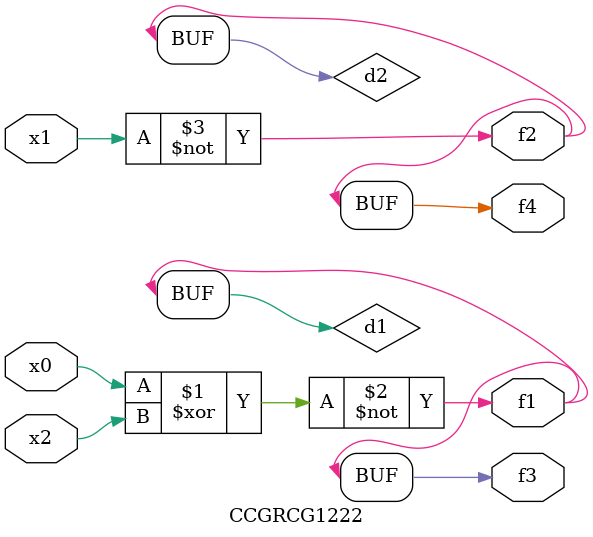
<source format=v>
module CCGRCG1222(
	input x0, x1, x2,
	output f1, f2, f3, f4
);

	wire d1, d2, d3;

	xnor (d1, x0, x2);
	nand (d2, x1);
	nor (d3, x1, x2);
	assign f1 = d1;
	assign f2 = d2;
	assign f3 = d1;
	assign f4 = d2;
endmodule

</source>
